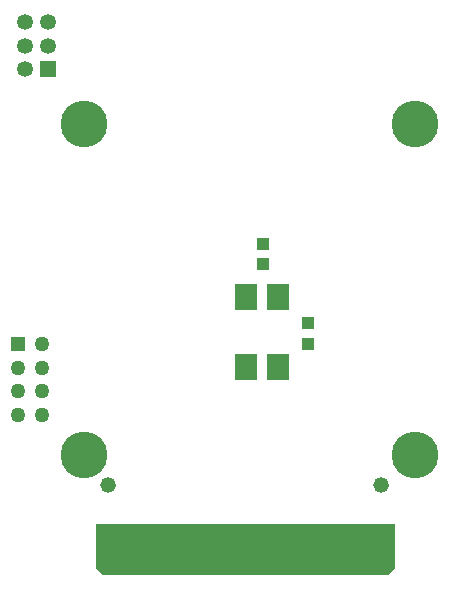
<source format=gbs>
%FSLAX24Y24*%
%MOIN*%
G70*
G01*
G75*
G04 Layer_Color=16711935*
%ADD10C,0.0140*%
%ADD11C,0.0060*%
%ADD12C,0.0100*%
%ADD13C,0.0160*%
G04:AMPARAMS|DCode=14|XSize=39.4mil|YSize=43.3mil|CornerRadius=0mil|HoleSize=0mil|Usage=FLASHONLY|Rotation=45.000|XOffset=0mil|YOffset=0mil|HoleType=Round|Shape=Rectangle|*
%AMROTATEDRECTD14*
4,1,4,0.0014,-0.0292,-0.0292,0.0014,-0.0014,0.0292,0.0292,-0.0014,0.0014,-0.0292,0.0*
%
%ADD14ROTATEDRECTD14*%

%ADD15R,0.0433X0.0394*%
%ADD16R,0.0394X0.0433*%
G04:AMPARAMS|DCode=17|XSize=31.5mil|YSize=74.8mil|CornerRadius=0mil|HoleSize=0mil|Usage=FLASHONLY|Rotation=45.000|XOffset=0mil|YOffset=0mil|HoleType=Round|Shape=Round|*
%AMOVALD17*
21,1,0.0433,0.0315,0.0000,0.0000,135.0*
1,1,0.0315,0.0153,-0.0153*
1,1,0.0315,-0.0153,0.0153*
%
%ADD17OVALD17*%

G04:AMPARAMS|DCode=18|XSize=31.5mil|YSize=74.8mil|CornerRadius=0mil|HoleSize=0mil|Usage=FLASHONLY|Rotation=135.000|XOffset=0mil|YOffset=0mil|HoleType=Round|Shape=Round|*
%AMOVALD18*
21,1,0.0433,0.0315,0.0000,0.0000,225.0*
1,1,0.0315,0.0153,0.0153*
1,1,0.0315,-0.0153,-0.0153*
%
%ADD18OVALD18*%

%ADD19R,0.0400X0.1000*%
%ADD20R,0.0197X0.1417*%
%ADD21R,0.0571X0.0276*%
%ADD22C,0.0460*%
%ADD23R,0.0500X0.0500*%
%ADD24C,0.0500*%
%ADD25C,0.0530*%
%ADD26R,0.0530X0.0530*%
%ADD27C,0.0240*%
%ADD28C,0.1500*%
%ADD29C,0.0400*%
%ADD30C,0.0400*%
G04:AMPARAMS|DCode=31|XSize=69mil|YSize=69mil|CornerRadius=0mil|HoleSize=0mil|Usage=FLASHONLY|Rotation=0.000|XOffset=0mil|YOffset=0mil|HoleType=Round|Shape=Relief|Width=8mil|Gap=10mil|Entries=4|*
%AMTHD31*
7,0,0,0.0690,0.0490,0.0080,45*
%
%ADD31THD31*%
%ADD32C,0.0570*%
G04:AMPARAMS|DCode=33|XSize=72.992mil|YSize=72.992mil|CornerRadius=0mil|HoleSize=0mil|Usage=FLASHONLY|Rotation=0.000|XOffset=0mil|YOffset=0mil|HoleType=Round|Shape=Relief|Width=8mil|Gap=10mil|Entries=4|*
%AMTHD33*
7,0,0,0.0730,0.0530,0.0080,45*
%
%ADD33THD33*%
%ADD34C,0.0594*%
G04:AMPARAMS|DCode=35|XSize=75.433mil|YSize=75.433mil|CornerRadius=0mil|HoleSize=0mil|Usage=FLASHONLY|Rotation=0.000|XOffset=0mil|YOffset=0mil|HoleType=Round|Shape=Relief|Width=8mil|Gap=10mil|Entries=4|*
%AMTHD35*
7,0,0,0.0754,0.0554,0.0080,45*
%
%ADD35THD35*%
%ADD36C,0.0320*%
%ADD37C,0.0440*%
%ADD38R,0.0669X0.0827*%
%ADD39C,0.0098*%
%ADD40C,0.0197*%
%ADD41C,0.0010*%
%ADD42C,0.0018*%
%ADD43C,0.0020*%
%ADD44C,0.0002*%
%ADD45C,0.0079*%
%ADD46C,0.0060*%
%ADD47R,0.0257X0.1477*%
%ADD48C,0.0520*%
%ADD49C,0.1560*%
%ADD50R,0.0729X0.0887*%
G36*
X10350Y-3764D02*
X10114Y-4000D01*
X626D01*
X389Y-3764D01*
Y-2307D01*
X10350D01*
Y-3764D01*
D02*
G37*
D16*
X7450Y4385D02*
D03*
Y3715D02*
D03*
X5950Y7035D02*
D03*
Y6365D02*
D03*
D23*
X-2200Y3700D02*
D03*
D24*
X-1413D02*
D03*
X-2200Y2913D02*
D03*
X-1413D02*
D03*
X-2200Y2125D02*
D03*
X-1413D02*
D03*
X-2200Y1338D02*
D03*
X-1413D02*
D03*
D25*
X-1987Y14425D02*
D03*
X-1200D02*
D03*
X-1987Y13637D02*
D03*
X-1200D02*
D03*
X-1987Y12850D02*
D03*
D26*
X-1200D02*
D03*
D47*
X3933Y-3213D02*
D03*
X3618D02*
D03*
X2988D02*
D03*
X3303D02*
D03*
X2358D02*
D03*
X2673D02*
D03*
X5822D02*
D03*
X5507D02*
D03*
X4878D02*
D03*
X5193D02*
D03*
X4248D02*
D03*
X4563D02*
D03*
X7712D02*
D03*
X7397D02*
D03*
X6767D02*
D03*
X7082D02*
D03*
X6137D02*
D03*
X6452D02*
D03*
X8027D02*
D03*
X8657D02*
D03*
X8342D02*
D03*
X9287D02*
D03*
X8972D02*
D03*
X9602D02*
D03*
X9917D02*
D03*
X2043D02*
D03*
X1413D02*
D03*
X1728D02*
D03*
X783D02*
D03*
X1098D02*
D03*
D48*
X9900Y-1000D02*
D03*
X800D02*
D03*
D49*
X0Y0D02*
D03*
X11020D02*
D03*
Y11020D02*
D03*
X0D02*
D03*
D50*
X5400Y5250D02*
D03*
Y2927D02*
D03*
X6463Y5250D02*
D03*
Y2927D02*
D03*
M02*

</source>
